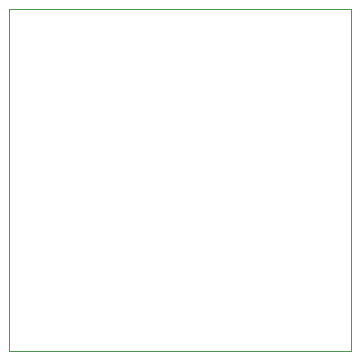
<source format=gbr>
G04 #@! TF.GenerationSoftware,KiCad,Pcbnew,(5.1.5-0-10_14)*
G04 #@! TF.CreationDate,2019-12-28T15:12:34-06:00*
G04 #@! TF.ProjectId,CircuitBrains Deluxe v1_3,43697263-7569-4744-9272-61696e732044,rev?*
G04 #@! TF.SameCoordinates,Original*
G04 #@! TF.FileFunction,Profile,NP*
%FSLAX46Y46*%
G04 Gerber Fmt 4.6, Leading zero omitted, Abs format (unit mm)*
G04 Created by KiCad (PCBNEW (5.1.5-0-10_14)) date 2019-12-28 15:12:34*
%MOMM*%
%LPD*%
G04 APERTURE LIST*
%ADD10C,0.050000*%
G04 APERTURE END LIST*
D10*
X114150000Y-86450000D02*
X85150000Y-86450000D01*
X114150000Y-115450000D02*
X114150000Y-86450000D01*
X85150000Y-115450000D02*
X114150000Y-115450000D01*
X85150000Y-86450000D02*
X85150000Y-115450000D01*
M02*

</source>
